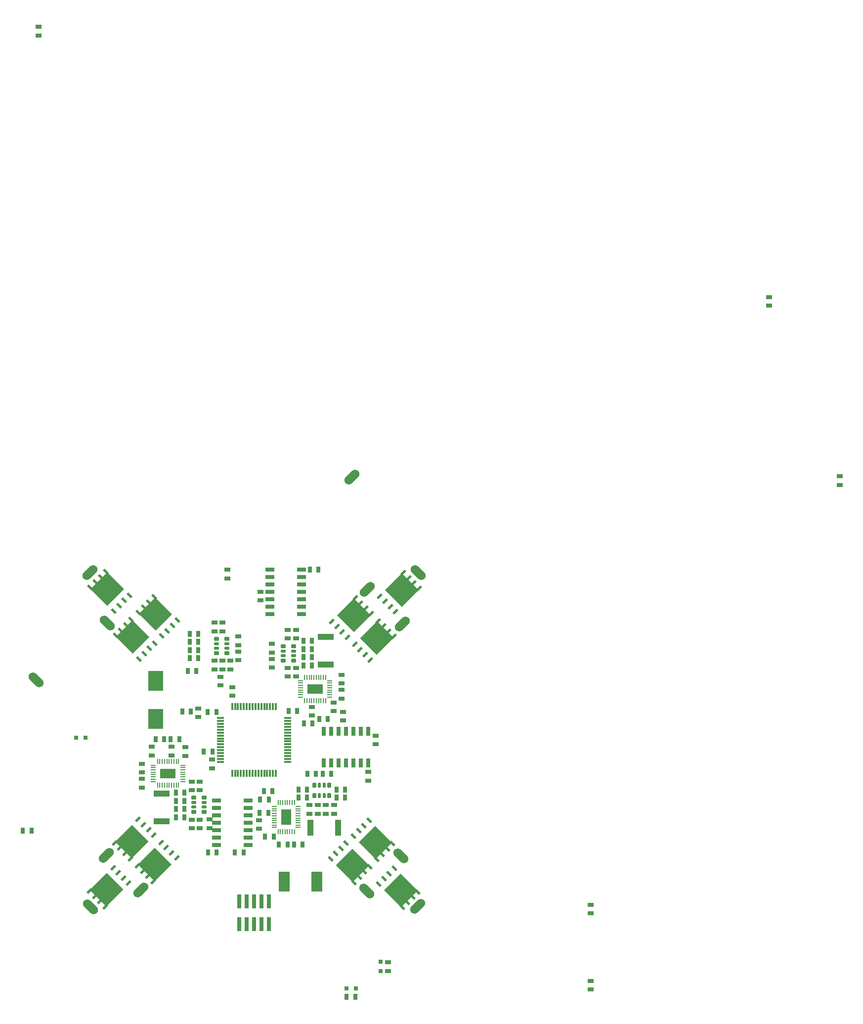
<source format=gtp>
G04*
G04 #@! TF.GenerationSoftware,Altium Limited,Altium Designer,25.8.1 (18)*
G04*
G04 Layer_Color=8421504*
%FSLAX44Y44*%
%MOMM*%
G71*
G04*
G04 #@! TF.SameCoordinates,A8D3B3E1-CBBC-48C7-8EAF-3341E4FBDCCF*
G04*
G04*
G04 #@! TF.FilePolarity,Positive*
G04*
G01*
G75*
%ADD21R,0.6500X1.5000*%
%ADD22R,0.9061X0.1925*%
%ADD23R,1.0000X0.8000*%
%ADD24R,1.5000X0.6500*%
%ADD25R,0.1925X0.9061*%
%ADD26R,0.8000X1.0000*%
%ADD27R,2.6700X1.0700*%
%ADD28R,1.0700X2.6700*%
%ADD29R,0.3048X1.1938*%
%ADD30R,0.7600X2.4000*%
%ADD31R,2.5000X3.5000*%
%ADD32R,1.1938X0.3048*%
G04:AMPARAMS|DCode=33|XSize=0.9mm|YSize=0.61mm|CornerRadius=0.1525mm|HoleSize=0mm|Usage=FLASHONLY|Rotation=0.000|XOffset=0mm|YOffset=0mm|HoleType=Round|Shape=RoundedRectangle|*
%AMROUNDEDRECTD33*
21,1,0.9000,0.3050,0,0,0.0*
21,1,0.5950,0.6100,0,0,0.0*
1,1,0.3050,0.2975,-0.1525*
1,1,0.3050,-0.2975,-0.1525*
1,1,0.3050,-0.2975,0.1525*
1,1,0.3050,0.2975,0.1525*
%
%ADD33ROUNDEDRECTD33*%
G04:AMPARAMS|DCode=34|XSize=0.9mm|YSize=0.53mm|CornerRadius=0.1325mm|HoleSize=0mm|Usage=FLASHONLY|Rotation=0.000|XOffset=0mm|YOffset=0mm|HoleType=Round|Shape=RoundedRectangle|*
%AMROUNDEDRECTD34*
21,1,0.9000,0.2650,0,0,0.0*
21,1,0.6350,0.5300,0,0,0.0*
1,1,0.2650,0.3175,-0.1325*
1,1,0.2650,-0.3175,-0.1325*
1,1,0.2650,-0.3175,0.1325*
1,1,0.2650,0.3175,0.1325*
%
%ADD34ROUNDEDRECTD34*%
G04:AMPARAMS|DCode=35|XSize=1.524mm|YSize=3mm|CornerRadius=0mm|HoleSize=0mm|Usage=FLASHONLY|Rotation=315.000|XOffset=0mm|YOffset=0mm|HoleType=Round|Shape=Round|*
%AMOVALD35*
21,1,1.4760,1.5240,0.0000,0.0000,45.0*
1,1,1.5240,-0.5219,-0.5219*
1,1,1.5240,0.5219,0.5219*
%
%ADD35OVALD35*%

G04:AMPARAMS|DCode=36|XSize=1.016mm|YSize=0.4572mm|CornerRadius=0mm|HoleSize=0mm|Usage=FLASHONLY|Rotation=225.000|XOffset=0mm|YOffset=0mm|HoleType=Round|Shape=Rectangle|*
%AMROTATEDRECTD36*
4,1,4,0.1976,0.5209,0.5209,0.1976,-0.1976,-0.5209,-0.5209,-0.1976,0.1976,0.5209,0.0*
%
%ADD36ROTATEDRECTD36*%

%ADD37R,0.8000X0.8000*%
G04:AMPARAMS|DCode=38|XSize=1.016mm|YSize=0.4572mm|CornerRadius=0mm|HoleSize=0mm|Usage=FLASHONLY|Rotation=135.000|XOffset=0mm|YOffset=0mm|HoleType=Round|Shape=Rectangle|*
%AMROTATEDRECTD38*
4,1,4,0.5209,-0.1976,0.1976,-0.5209,-0.5209,0.1976,-0.1976,0.5209,0.5209,-0.1976,0.0*
%
%ADD38ROTATEDRECTD38*%

G04:AMPARAMS|DCode=39|XSize=1.524mm|YSize=3mm|CornerRadius=0mm|HoleSize=0mm|Usage=FLASHONLY|Rotation=45.000|XOffset=0mm|YOffset=0mm|HoleType=Round|Shape=Round|*
%AMOVALD39*
21,1,1.4760,1.5240,0.0000,0.0000,135.0*
1,1,1.5240,0.5219,-0.5219*
1,1,1.5240,-0.5219,0.5219*
%
%ADD39OVALD39*%

%ADD40R,1.8500X3.4000*%
G04:AMPARAMS|DCode=41|XSize=0.9mm|YSize=0.61mm|CornerRadius=0.1525mm|HoleSize=0mm|Usage=FLASHONLY|Rotation=90.000|XOffset=0mm|YOffset=0mm|HoleType=Round|Shape=RoundedRectangle|*
%AMROUNDEDRECTD41*
21,1,0.9000,0.3050,0,0,90.0*
21,1,0.5950,0.6100,0,0,90.0*
1,1,0.3050,0.1525,0.2975*
1,1,0.3050,0.1525,-0.2975*
1,1,0.3050,-0.1525,-0.2975*
1,1,0.3050,-0.1525,0.2975*
%
%ADD41ROUNDEDRECTD41*%
G04:AMPARAMS|DCode=42|XSize=0.9mm|YSize=0.53mm|CornerRadius=0.1325mm|HoleSize=0mm|Usage=FLASHONLY|Rotation=90.000|XOffset=0mm|YOffset=0mm|HoleType=Round|Shape=RoundedRectangle|*
%AMROUNDEDRECTD42*
21,1,0.9000,0.2650,0,0,90.0*
21,1,0.6350,0.5300,0,0,90.0*
1,1,0.2650,0.1325,0.3175*
1,1,0.2650,0.1325,-0.3175*
1,1,0.2650,-0.1325,-0.3175*
1,1,0.2650,-0.1325,0.3175*
%
%ADD42ROUNDEDRECTD42*%
%ADD43R,0.8000X0.8000*%
G36*
X-180774Y-173609D02*
X-209690Y-202525D01*
X-238068Y-174148D01*
X-209151Y-145231D01*
X-180774Y-173609D01*
D02*
G37*
G36*
X-141519Y-212863D02*
X-170436Y-241779D01*
X-198813Y-213402D01*
X-169897Y-184485D01*
X-141519Y-212863D01*
D02*
G37*
G36*
X-223768Y-256098D02*
X-252684Y-285014D01*
X-281062Y-256637D01*
X-252146Y-227720D01*
X-223768Y-256098D01*
D02*
G37*
G36*
X63246Y-144979D02*
X47018D01*
Y-118751D01*
X63246D01*
Y-144979D01*
D02*
G37*
G36*
X236658Y-175584D02*
X208280Y-203962D01*
X179363Y-175046D01*
X207741Y-146668D01*
X236658Y-175584D01*
D02*
G37*
G36*
X197403Y-214839D02*
X169026Y-243216D01*
X140109Y-214300D01*
X168487Y-185922D01*
X197403Y-214839D01*
D02*
G37*
G36*
X279892Y-257833D02*
X251515Y-286210D01*
X222598Y-257294D01*
X250976Y-228916D01*
X279892Y-257833D01*
D02*
G37*
G36*
X-222619Y258504D02*
X-250996Y230126D01*
X-279913Y259043D01*
X-251535Y287421D01*
X-222619Y258504D01*
D02*
G37*
G36*
X-140130Y215510D02*
X-168507Y187132D01*
X-197424Y216049D01*
X-169046Y244426D01*
X-140130Y215510D01*
D02*
G37*
G36*
X-179384Y176256D02*
X-207762Y147878D01*
X-236678Y176795D01*
X-208301Y205172D01*
X-179384Y176256D01*
D02*
G37*
G36*
X-134154Y-65371D02*
X-160382D01*
Y-49144D01*
X-134154D01*
Y-65371D01*
D02*
G37*
G36*
X281893Y257357D02*
X252976Y228440D01*
X224598Y256818D01*
X253515Y285734D01*
X281893Y257357D01*
D02*
G37*
G36*
X199644Y214122D02*
X170728Y185206D01*
X142350Y213583D01*
X171266Y242499D01*
X199644Y214122D01*
D02*
G37*
G36*
X238898Y174868D02*
X209982Y145951D01*
X181604Y174329D01*
X210521Y203245D01*
X238898Y174868D01*
D02*
G37*
G36*
X117762Y79262D02*
X91534Y79262D01*
Y95490D01*
X117762D01*
Y79262D01*
D02*
G37*
D21*
X195326Y-39192D02*
D03*
X182626D02*
D03*
X144526D02*
D03*
X131826D02*
D03*
X119126D02*
D03*
Y14808D02*
D03*
X131826D02*
D03*
X144526D02*
D03*
X169926D02*
D03*
X182626D02*
D03*
X195326D02*
D03*
X157226D02*
D03*
X169926Y-39192D02*
D03*
X157226D02*
D03*
D22*
X35102Y-117865D02*
D03*
X75162Y-125865D02*
D03*
Y-133865D02*
D03*
X35102Y-125865D02*
D03*
X-122238Y-43258D02*
D03*
Y-47258D02*
D03*
Y-51258D02*
D03*
Y-55258D02*
D03*
Y-59258D02*
D03*
Y-63258D02*
D03*
Y-67258D02*
D03*
Y-71258D02*
D03*
X-172298D02*
D03*
Y-67258D02*
D03*
Y-63258D02*
D03*
Y-59258D02*
D03*
Y-55258D02*
D03*
Y-51258D02*
D03*
Y-47258D02*
D03*
Y-43258D02*
D03*
X35102Y-129865D02*
D03*
Y-113865D02*
D03*
X79618Y73376D02*
D03*
Y77376D02*
D03*
Y81376D02*
D03*
Y85376D02*
D03*
Y89376D02*
D03*
Y93376D02*
D03*
Y97376D02*
D03*
Y101376D02*
D03*
X129678Y97376D02*
D03*
Y81376D02*
D03*
Y77376D02*
D03*
Y89376D02*
D03*
Y73376D02*
D03*
Y101376D02*
D03*
Y85376D02*
D03*
Y93376D02*
D03*
X75162Y-113865D02*
D03*
Y-117865D02*
D03*
Y-121865D02*
D03*
Y-129865D02*
D03*
Y-137865D02*
D03*
Y-141865D02*
D03*
Y-145865D02*
D03*
Y-149865D02*
D03*
X35102D02*
D03*
Y-145865D02*
D03*
Y-141865D02*
D03*
Y-137865D02*
D03*
Y-133865D02*
D03*
Y-121865D02*
D03*
D23*
X1003363Y436702D02*
D03*
X882205Y743534D02*
D03*
X152146Y48244D02*
D03*
X136144Y64246D02*
D03*
X-175423Y-26494D02*
D03*
X576642Y-296850D02*
D03*
X229362Y-380778D02*
D03*
X576642Y-427152D02*
D03*
X11430Y239125D02*
D03*
X-26860Y151050D02*
D03*
Y162258D02*
D03*
X-37500Y90170D02*
D03*
X-54292Y186134D02*
D03*
X-68008D02*
D03*
X-40576Y120856D02*
D03*
X-68008Y135556D02*
D03*
X-54292D02*
D03*
X-369003Y1206322D02*
D03*
X-92952Y-85916D02*
D03*
Y-71216D02*
D03*
X-72136Y-33814D02*
D03*
Y-48514D02*
D03*
X-106668Y-85900D02*
D03*
Y-71200D02*
D03*
X-76454Y-136160D02*
D03*
Y-150860D02*
D03*
X-192480Y-81356D02*
D03*
Y-66656D02*
D03*
Y-55464D02*
D03*
Y-40764D02*
D03*
X-175423Y-11794D02*
D03*
X-141680Y-11570D02*
D03*
Y-26270D02*
D03*
X-106668Y-136478D02*
D03*
Y-151178D02*
D03*
X-92952Y-136494D02*
D03*
Y-151194D02*
D03*
X-117511Y-12556D02*
D03*
Y-27256D02*
D03*
X1003363Y451402D02*
D03*
X576642Y-282150D02*
D03*
Y-412452D02*
D03*
X-369003Y1221022D02*
D03*
X-57594Y108140D02*
D03*
Y93440D02*
D03*
X-68008Y120856D02*
D03*
X-54292D02*
D03*
X-40576Y135556D02*
D03*
X-26860Y176958D02*
D03*
Y136350D02*
D03*
X-68008Y200834D02*
D03*
X-54292D02*
D03*
X-45998Y276658D02*
D03*
Y291358D02*
D03*
X-95440Y39338D02*
D03*
Y54038D02*
D03*
X882205Y758234D02*
D03*
X152146Y33544D02*
D03*
X11430Y253825D02*
D03*
X-37500Y75470D02*
D03*
X208280Y-7620D02*
D03*
Y7080D02*
D03*
X137158Y-126261D02*
D03*
Y-111561D02*
D03*
X8128Y-151876D02*
D03*
Y-137176D02*
D03*
X109218Y-126261D02*
D03*
Y-111561D02*
D03*
X95248Y-126261D02*
D03*
Y-111561D02*
D03*
X123188Y-126245D02*
D03*
Y-111545D02*
D03*
X195326Y-69580D02*
D03*
Y-54880D02*
D03*
X229362Y-395478D02*
D03*
X149860Y85582D02*
D03*
Y111474D02*
D03*
Y96774D02*
D03*
X136144Y49546D02*
D03*
X149860Y70882D02*
D03*
X99060Y56388D02*
D03*
Y41688D02*
D03*
X30464Y123848D02*
D03*
Y138548D02*
D03*
Y164472D02*
D03*
Y149772D02*
D03*
X71628Y188436D02*
D03*
Y173736D02*
D03*
X57912Y188452D02*
D03*
Y173752D02*
D03*
Y108474D02*
D03*
Y123174D02*
D03*
X71628Y108458D02*
D03*
Y123158D02*
D03*
D24*
X-64247Y-141826D02*
D03*
X81022Y253576D02*
D03*
X-64247Y-179926D02*
D03*
Y-167226D02*
D03*
Y-129126D02*
D03*
Y-116426D02*
D03*
Y-103726D02*
D03*
X-10247D02*
D03*
Y-116426D02*
D03*
Y-129126D02*
D03*
Y-154526D02*
D03*
Y-167226D02*
D03*
Y-179926D02*
D03*
X-64247Y-154526D02*
D03*
X-10247Y-141826D02*
D03*
X27022Y253576D02*
D03*
Y291676D02*
D03*
Y278976D02*
D03*
X27022Y266276D02*
D03*
X27022Y240876D02*
D03*
X27022Y228176D02*
D03*
Y215476D02*
D03*
X81022D02*
D03*
Y228176D02*
D03*
X81022Y240876D02*
D03*
X81022Y278976D02*
D03*
Y291676D02*
D03*
Y266276D02*
D03*
D25*
X-141268Y-77288D02*
D03*
X-149268D02*
D03*
X-141268Y-37228D02*
D03*
X106648Y107406D02*
D03*
X98648Y107406D02*
D03*
Y67346D02*
D03*
X-129268Y-77288D02*
D03*
X-133268D02*
D03*
X-137268D02*
D03*
X-145268D02*
D03*
X-153268D02*
D03*
X-157268D02*
D03*
X-161268D02*
D03*
X-165268D02*
D03*
Y-37228D02*
D03*
X-161268D02*
D03*
X-157268D02*
D03*
X-153268D02*
D03*
X-149268D02*
D03*
X-137268D02*
D03*
X-133268D02*
D03*
X-129268D02*
D03*
X-145268D02*
D03*
X102648Y67346D02*
D03*
X86648Y67346D02*
D03*
Y107406D02*
D03*
X90648D02*
D03*
X94648D02*
D03*
X102648Y107406D02*
D03*
X118648Y67346D02*
D03*
X114648D02*
D03*
X110648D02*
D03*
X106648Y67346D02*
D03*
X94648Y67346D02*
D03*
X90648D02*
D03*
X122648D02*
D03*
Y107406D02*
D03*
X118648D02*
D03*
X114648D02*
D03*
X110648D02*
D03*
X41132Y-106835D02*
D03*
X45132D02*
D03*
X49132D02*
D03*
X53132D02*
D03*
X57132D02*
D03*
X61132D02*
D03*
X65132D02*
D03*
X69132D02*
D03*
Y-156895D02*
D03*
X65132D02*
D03*
X61132D02*
D03*
X57132D02*
D03*
X53132D02*
D03*
X49132D02*
D03*
X45132D02*
D03*
X41132D02*
D03*
D26*
X-142895Y922D02*
D03*
X85614Y28194D02*
D03*
X158766Y-439674D02*
D03*
X-113712Y117808D02*
D03*
X73882Y49276D02*
D03*
X33512Y-165354D02*
D03*
X-79232Y47752D02*
D03*
X31734Y-87884D02*
D03*
X-86090Y-20320D02*
D03*
X-395908Y-155642D02*
D03*
X-134084Y-90234D02*
D03*
X-119384D02*
D03*
X-134084Y-104204D02*
D03*
X-119384D02*
D03*
X-134068Y-118174D02*
D03*
X-119368D02*
D03*
X-134084Y-132144D02*
D03*
X-119384D02*
D03*
X-128195Y922D02*
D03*
X-168803D02*
D03*
X-154103D02*
D03*
X-78962Y-192278D02*
D03*
X-32675Y-192880D02*
D03*
X-17975D02*
D03*
X-64262Y-192278D02*
D03*
X-381208Y-155642D02*
D03*
X-110156Y167830D02*
D03*
X-110156Y139890D02*
D03*
X-122602Y48466D02*
D03*
X-110156Y153860D02*
D03*
X-64532Y47752D02*
D03*
X-99012Y117808D02*
D03*
X-95456Y139890D02*
D03*
X-95456Y167830D02*
D03*
Y153860D02*
D03*
Y181800D02*
D03*
X-110156D02*
D03*
X-107902Y48466D02*
D03*
X59182Y49276D02*
D03*
X-71390Y-20320D02*
D03*
X10430Y-102108D02*
D03*
X25130D02*
D03*
X141508Y-85129D02*
D03*
X156208D02*
D03*
X141492Y-98845D02*
D03*
X156192D02*
D03*
X117528Y-57681D02*
D03*
X132228D02*
D03*
X57404Y-179070D02*
D03*
X42704D02*
D03*
X17034Y-87884D02*
D03*
X18812Y-165354D02*
D03*
X90930Y-85129D02*
D03*
X76230D02*
D03*
X90914Y-98845D02*
D03*
X76214D02*
D03*
X83296Y-179070D02*
D03*
X68596D02*
D03*
X9668Y-124714D02*
D03*
X24368D02*
D03*
X106304Y-57681D02*
D03*
X91604D02*
D03*
X173466Y-439674D02*
D03*
X111522Y36068D02*
D03*
X126222D02*
D03*
X95774Y291676D02*
D03*
X110474D02*
D03*
X100314Y28194D02*
D03*
X99044Y169402D02*
D03*
X84344D02*
D03*
X99028Y155432D02*
D03*
X84328Y155432D02*
D03*
X84344Y141462D02*
D03*
X99044D02*
D03*
X84344Y127492D02*
D03*
X99044Y127492D02*
D03*
D27*
X122936Y176378D02*
D03*
X-157976Y-139120D02*
D03*
Y-91520D02*
D03*
X122936Y128778D02*
D03*
D28*
X144134Y-150153D02*
D03*
X96534D02*
D03*
D29*
X-32500Y57500D02*
D03*
Y-57500D02*
D03*
X-37500Y57500D02*
D03*
X37500Y-57500D02*
D03*
X-27500D02*
D03*
X27500D02*
D03*
X22500D02*
D03*
X17500D02*
D03*
X-17500Y57500D02*
D03*
X-27500D02*
D03*
X-22500D02*
D03*
X-12500D02*
D03*
X-7500D02*
D03*
X-2500D02*
D03*
X2500D02*
D03*
X7500D02*
D03*
X12500D02*
D03*
X17500D02*
D03*
X22500D02*
D03*
X27500D02*
D03*
X32500D02*
D03*
X37500D02*
D03*
X32500Y-57500D02*
D03*
X12500D02*
D03*
X7500D02*
D03*
X2500D02*
D03*
X-2500D02*
D03*
X-7500D02*
D03*
X-12500D02*
D03*
X-17500D02*
D03*
X-22500D02*
D03*
X-37500D02*
D03*
D30*
X25400Y-315156D02*
D03*
X0D02*
D03*
X-12700D02*
D03*
X-25400Y-315156D02*
D03*
X25400Y-276156D02*
D03*
X12700Y-276156D02*
D03*
Y-315156D02*
D03*
X0Y-276156D02*
D03*
X-12700D02*
D03*
X-25400Y-276156D02*
D03*
D31*
X-168402Y36334D02*
D03*
Y101334D02*
D03*
D32*
X-57500Y-17500D02*
D03*
X57500Y37500D02*
D03*
X-57500D02*
D03*
Y-22500D02*
D03*
X57500Y-32500D02*
D03*
Y-27500D02*
D03*
Y-12500D02*
D03*
Y-17500D02*
D03*
Y-22500D02*
D03*
Y-37500D02*
D03*
Y32500D02*
D03*
Y27500D02*
D03*
Y22500D02*
D03*
Y17500D02*
D03*
Y12500D02*
D03*
Y7500D02*
D03*
Y2500D02*
D03*
Y-2500D02*
D03*
Y-7500D02*
D03*
X-57500Y-37500D02*
D03*
Y-32500D02*
D03*
Y-27500D02*
D03*
Y-12500D02*
D03*
Y-7500D02*
D03*
Y-2500D02*
D03*
Y2500D02*
D03*
Y7500D02*
D03*
Y12500D02*
D03*
Y17500D02*
D03*
Y22500D02*
D03*
Y27500D02*
D03*
Y32500D02*
D03*
D33*
X-103072Y-98660D02*
D03*
Y-123460D02*
D03*
X-85372D02*
D03*
Y-98660D02*
D03*
X-46712Y148318D02*
D03*
Y173118D02*
D03*
X-64412D02*
D03*
Y148318D02*
D03*
X50332Y135918D02*
D03*
X50332Y160718D02*
D03*
X68032Y160718D02*
D03*
X68032Y135918D02*
D03*
D34*
X-103072Y-107060D02*
D03*
Y-115060D02*
D03*
X-85372D02*
D03*
Y-107060D02*
D03*
X-46712Y156718D02*
D03*
Y164718D02*
D03*
X-64412D02*
D03*
Y156718D02*
D03*
X50332Y144318D02*
D03*
X50332Y152318D02*
D03*
X68032Y152318D02*
D03*
X68032Y144318D02*
D03*
D35*
X-253423Y-197908D02*
D03*
X-280691Y286452D02*
D03*
X280670Y-285242D02*
D03*
X-193479Y-256836D02*
D03*
X194310Y257556D02*
D03*
X254254Y198628D02*
D03*
X167640Y449834D02*
D03*
D36*
X-211845Y-203244D02*
D03*
X-220826Y-194263D02*
D03*
X-229806Y-185283D02*
D03*
X-238786Y-176303D02*
D03*
X-132360Y-202266D02*
D03*
X-141340Y-193286D02*
D03*
X-150320Y-184306D02*
D03*
X-214608Y-245501D02*
D03*
X-223588Y-236521D02*
D03*
X-171614Y-163012D02*
D03*
X-232569Y-227541D02*
D03*
X-180594Y-154032D02*
D03*
X-189574Y-145052D02*
D03*
X215439Y246221D02*
D03*
X224419Y237241D02*
D03*
X233399Y228261D02*
D03*
X181425Y154752D02*
D03*
X190405Y145772D02*
D03*
X172444Y163732D02*
D03*
X142170Y194006D02*
D03*
X151151Y185026D02*
D03*
X133190Y202986D02*
D03*
X199385Y136791D02*
D03*
X242379Y219280D02*
D03*
X160131Y176046D02*
D03*
X-172591Y-242498D02*
D03*
X-181571Y-233518D02*
D03*
X-190552Y-224538D02*
D03*
X-199532Y-215557D02*
D03*
X-159300Y-175326D02*
D03*
X-254840Y-285733D02*
D03*
X-263820Y-276752D02*
D03*
X-272800Y-267772D02*
D03*
X-281780Y-258792D02*
D03*
X-241549Y-218560D02*
D03*
X-198555Y-136071D02*
D03*
X255670Y286453D02*
D03*
X264650Y277472D02*
D03*
X273631Y268492D02*
D03*
X282611Y259512D02*
D03*
X239617Y177023D02*
D03*
X230636Y186003D02*
D03*
X221656Y194984D02*
D03*
X212676Y203964D02*
D03*
X173422Y243218D02*
D03*
X182402Y234238D02*
D03*
X191382Y225257D02*
D03*
X200362Y216277D02*
D03*
D37*
X-304610Y3616D02*
D03*
X-288610D02*
D03*
X158116Y-425196D02*
D03*
X174116D02*
D03*
D38*
X-237397Y178950D02*
D03*
X-228416Y187930D02*
D03*
X-219436Y196910D02*
D03*
X-210456Y205891D02*
D03*
X-170224Y165659D02*
D03*
X-197165Y138718D02*
D03*
X-188185Y147698D02*
D03*
X-179205Y156679D02*
D03*
X-280631Y261198D02*
D03*
X-271651Y270179D02*
D03*
X-262671Y279159D02*
D03*
X-253691Y288139D02*
D03*
X-213459Y247907D02*
D03*
X-240400Y220967D02*
D03*
X-231420Y229947D02*
D03*
X-222439Y238927D02*
D03*
X-198142Y218204D02*
D03*
X-189162Y227184D02*
D03*
X-180182Y236164D02*
D03*
X-171202Y245145D02*
D03*
X-130970Y204913D02*
D03*
X-157911Y177972D02*
D03*
X-148931Y186953D02*
D03*
X-139950Y195933D02*
D03*
X240379Y-219757D02*
D03*
X197144Y-137508D02*
D03*
X231399Y-228737D02*
D03*
X222419Y-237717D02*
D03*
X188164Y-146488D02*
D03*
X179184Y-155469D02*
D03*
X157890Y-176762D02*
D03*
X148910Y-185743D02*
D03*
X139930Y-194723D02*
D03*
X198122Y-216994D02*
D03*
X189141Y-225974D02*
D03*
X180161Y-234954D02*
D03*
X171181Y-243935D02*
D03*
X237376Y-177740D02*
D03*
X228396Y-186720D02*
D03*
X219415Y-195700D02*
D03*
X210435Y-204681D02*
D03*
X280611Y-259988D02*
D03*
X271630Y-268968D02*
D03*
X262650Y-277949D02*
D03*
X253670Y-286929D02*
D03*
X213438Y-246697D02*
D03*
X130949Y-203703D02*
D03*
X170204Y-164449D02*
D03*
D39*
X-251735Y199838D02*
D03*
X-373655Y102810D02*
D03*
X192786Y-258572D02*
D03*
X251714Y-198628D02*
D03*
X-280093Y-285792D02*
D03*
X280924Y286512D02*
D03*
D40*
X51752Y-242570D02*
D03*
X107252D02*
D03*
D41*
X103674Y-95249D02*
D03*
X128474D02*
D03*
Y-77549D02*
D03*
X103674D02*
D03*
D42*
X112074Y-95249D02*
D03*
X120074D02*
D03*
Y-77549D02*
D03*
X112074D02*
D03*
D43*
X216662Y-395604D02*
D03*
Y-379604D02*
D03*
M02*

</source>
